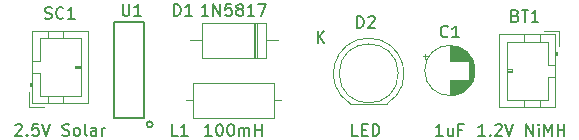
<source format=gbr>
G04 #@! TF.GenerationSoftware,KiCad,Pcbnew,(5.1.5)-3*
G04 #@! TF.CreationDate,2020-06-09T23:44:10+01:00*
G04 #@! TF.ProjectId,gardenlight,67617264-656e-46c6-9967-68742e6b6963,1.0.1*
G04 #@! TF.SameCoordinates,Original*
G04 #@! TF.FileFunction,Legend,Top*
G04 #@! TF.FilePolarity,Positive*
%FSLAX46Y46*%
G04 Gerber Fmt 4.6, Leading zero omitted, Abs format (unit mm)*
G04 Created by KiCad (PCBNEW (5.1.5)-3) date 2020-06-09 23:44:10*
%MOMM*%
%LPD*%
G04 APERTURE LIST*
%ADD10C,0.150000*%
%ADD11C,0.120000*%
%ADD12C,0.203200*%
G04 APERTURE END LIST*
D10*
X97076095Y-90987619D02*
X97123714Y-90940000D01*
X97218952Y-90892380D01*
X97457047Y-90892380D01*
X97552285Y-90940000D01*
X97599904Y-90987619D01*
X97647523Y-91082857D01*
X97647523Y-91178095D01*
X97599904Y-91320952D01*
X97028476Y-91892380D01*
X97647523Y-91892380D01*
X98076095Y-91797142D02*
X98123714Y-91844761D01*
X98076095Y-91892380D01*
X98028476Y-91844761D01*
X98076095Y-91797142D01*
X98076095Y-91892380D01*
X99028476Y-90892380D02*
X98552285Y-90892380D01*
X98504666Y-91368571D01*
X98552285Y-91320952D01*
X98647523Y-91273333D01*
X98885619Y-91273333D01*
X98980857Y-91320952D01*
X99028476Y-91368571D01*
X99076095Y-91463809D01*
X99076095Y-91701904D01*
X99028476Y-91797142D01*
X98980857Y-91844761D01*
X98885619Y-91892380D01*
X98647523Y-91892380D01*
X98552285Y-91844761D01*
X98504666Y-91797142D01*
X99361809Y-90892380D02*
X99695142Y-91892380D01*
X100028476Y-90892380D01*
X101076095Y-91844761D02*
X101218952Y-91892380D01*
X101457047Y-91892380D01*
X101552285Y-91844761D01*
X101599904Y-91797142D01*
X101647523Y-91701904D01*
X101647523Y-91606666D01*
X101599904Y-91511428D01*
X101552285Y-91463809D01*
X101457047Y-91416190D01*
X101266571Y-91368571D01*
X101171333Y-91320952D01*
X101123714Y-91273333D01*
X101076095Y-91178095D01*
X101076095Y-91082857D01*
X101123714Y-90987619D01*
X101171333Y-90940000D01*
X101266571Y-90892380D01*
X101504666Y-90892380D01*
X101647523Y-90940000D01*
X102218952Y-91892380D02*
X102123714Y-91844761D01*
X102076095Y-91797142D01*
X102028476Y-91701904D01*
X102028476Y-91416190D01*
X102076095Y-91320952D01*
X102123714Y-91273333D01*
X102218952Y-91225714D01*
X102361809Y-91225714D01*
X102457047Y-91273333D01*
X102504666Y-91320952D01*
X102552285Y-91416190D01*
X102552285Y-91701904D01*
X102504666Y-91797142D01*
X102457047Y-91844761D01*
X102361809Y-91892380D01*
X102218952Y-91892380D01*
X103123714Y-91892380D02*
X103028476Y-91844761D01*
X102980857Y-91749523D01*
X102980857Y-90892380D01*
X103933238Y-91892380D02*
X103933238Y-91368571D01*
X103885619Y-91273333D01*
X103790380Y-91225714D01*
X103599904Y-91225714D01*
X103504666Y-91273333D01*
X103933238Y-91844761D02*
X103838000Y-91892380D01*
X103599904Y-91892380D01*
X103504666Y-91844761D01*
X103457047Y-91749523D01*
X103457047Y-91654285D01*
X103504666Y-91559047D01*
X103599904Y-91511428D01*
X103838000Y-91511428D01*
X103933238Y-91463809D01*
X104409428Y-91892380D02*
X104409428Y-91225714D01*
X104409428Y-91416190D02*
X104457047Y-91320952D01*
X104504666Y-91273333D01*
X104599904Y-91225714D01*
X104695142Y-91225714D01*
X126103142Y-91892380D02*
X125626952Y-91892380D01*
X125626952Y-90892380D01*
X126436476Y-91368571D02*
X126769809Y-91368571D01*
X126912666Y-91892380D02*
X126436476Y-91892380D01*
X126436476Y-90892380D01*
X126912666Y-90892380D01*
X127341238Y-91892380D02*
X127341238Y-90892380D01*
X127579333Y-90892380D01*
X127722190Y-90940000D01*
X127817428Y-91035238D01*
X127865047Y-91130476D01*
X127912666Y-91320952D01*
X127912666Y-91463809D01*
X127865047Y-91654285D01*
X127817428Y-91749523D01*
X127722190Y-91844761D01*
X127579333Y-91892380D01*
X127341238Y-91892380D01*
X113427142Y-81732380D02*
X112855714Y-81732380D01*
X113141428Y-81732380D02*
X113141428Y-80732380D01*
X113046190Y-80875238D01*
X112950952Y-80970476D01*
X112855714Y-81018095D01*
X113855714Y-81732380D02*
X113855714Y-80732380D01*
X114427142Y-81732380D01*
X114427142Y-80732380D01*
X115379523Y-80732380D02*
X114903333Y-80732380D01*
X114855714Y-81208571D01*
X114903333Y-81160952D01*
X114998571Y-81113333D01*
X115236666Y-81113333D01*
X115331904Y-81160952D01*
X115379523Y-81208571D01*
X115427142Y-81303809D01*
X115427142Y-81541904D01*
X115379523Y-81637142D01*
X115331904Y-81684761D01*
X115236666Y-81732380D01*
X114998571Y-81732380D01*
X114903333Y-81684761D01*
X114855714Y-81637142D01*
X115998571Y-81160952D02*
X115903333Y-81113333D01*
X115855714Y-81065714D01*
X115808095Y-80970476D01*
X115808095Y-80922857D01*
X115855714Y-80827619D01*
X115903333Y-80780000D01*
X115998571Y-80732380D01*
X116189047Y-80732380D01*
X116284285Y-80780000D01*
X116331904Y-80827619D01*
X116379523Y-80922857D01*
X116379523Y-80970476D01*
X116331904Y-81065714D01*
X116284285Y-81113333D01*
X116189047Y-81160952D01*
X115998571Y-81160952D01*
X115903333Y-81208571D01*
X115855714Y-81256190D01*
X115808095Y-81351428D01*
X115808095Y-81541904D01*
X115855714Y-81637142D01*
X115903333Y-81684761D01*
X115998571Y-81732380D01*
X116189047Y-81732380D01*
X116284285Y-81684761D01*
X116331904Y-81637142D01*
X116379523Y-81541904D01*
X116379523Y-81351428D01*
X116331904Y-81256190D01*
X116284285Y-81208571D01*
X116189047Y-81160952D01*
X117331904Y-81732380D02*
X116760476Y-81732380D01*
X117046190Y-81732380D02*
X117046190Y-80732380D01*
X116950952Y-80875238D01*
X116855714Y-80970476D01*
X116760476Y-81018095D01*
X117665238Y-80732380D02*
X118331904Y-80732380D01*
X117903333Y-81732380D01*
X113712857Y-91892380D02*
X113141428Y-91892380D01*
X113427142Y-91892380D02*
X113427142Y-90892380D01*
X113331904Y-91035238D01*
X113236666Y-91130476D01*
X113141428Y-91178095D01*
X114331904Y-90892380D02*
X114427142Y-90892380D01*
X114522380Y-90940000D01*
X114570000Y-90987619D01*
X114617619Y-91082857D01*
X114665238Y-91273333D01*
X114665238Y-91511428D01*
X114617619Y-91701904D01*
X114570000Y-91797142D01*
X114522380Y-91844761D01*
X114427142Y-91892380D01*
X114331904Y-91892380D01*
X114236666Y-91844761D01*
X114189047Y-91797142D01*
X114141428Y-91701904D01*
X114093809Y-91511428D01*
X114093809Y-91273333D01*
X114141428Y-91082857D01*
X114189047Y-90987619D01*
X114236666Y-90940000D01*
X114331904Y-90892380D01*
X115284285Y-90892380D02*
X115379523Y-90892380D01*
X115474761Y-90940000D01*
X115522380Y-90987619D01*
X115570000Y-91082857D01*
X115617619Y-91273333D01*
X115617619Y-91511428D01*
X115570000Y-91701904D01*
X115522380Y-91797142D01*
X115474761Y-91844761D01*
X115379523Y-91892380D01*
X115284285Y-91892380D01*
X115189047Y-91844761D01*
X115141428Y-91797142D01*
X115093809Y-91701904D01*
X115046190Y-91511428D01*
X115046190Y-91273333D01*
X115093809Y-91082857D01*
X115141428Y-90987619D01*
X115189047Y-90940000D01*
X115284285Y-90892380D01*
X116046190Y-91892380D02*
X116046190Y-91225714D01*
X116046190Y-91320952D02*
X116093809Y-91273333D01*
X116189047Y-91225714D01*
X116331904Y-91225714D01*
X116427142Y-91273333D01*
X116474761Y-91368571D01*
X116474761Y-91892380D01*
X116474761Y-91368571D02*
X116522380Y-91273333D01*
X116617619Y-91225714D01*
X116760476Y-91225714D01*
X116855714Y-91273333D01*
X116903333Y-91368571D01*
X116903333Y-91892380D01*
X117379523Y-91892380D02*
X117379523Y-90892380D01*
X117379523Y-91368571D02*
X117950952Y-91368571D01*
X117950952Y-91892380D02*
X117950952Y-90892380D01*
X136858761Y-91892380D02*
X136287333Y-91892380D01*
X136573047Y-91892380D02*
X136573047Y-90892380D01*
X136477809Y-91035238D01*
X136382571Y-91130476D01*
X136287333Y-91178095D01*
X137287333Y-91797142D02*
X137334952Y-91844761D01*
X137287333Y-91892380D01*
X137239714Y-91844761D01*
X137287333Y-91797142D01*
X137287333Y-91892380D01*
X137715904Y-90987619D02*
X137763523Y-90940000D01*
X137858761Y-90892380D01*
X138096857Y-90892380D01*
X138192095Y-90940000D01*
X138239714Y-90987619D01*
X138287333Y-91082857D01*
X138287333Y-91178095D01*
X138239714Y-91320952D01*
X137668285Y-91892380D01*
X138287333Y-91892380D01*
X138573047Y-90892380D02*
X138906380Y-91892380D01*
X139239714Y-90892380D01*
X140334952Y-91892380D02*
X140334952Y-90892380D01*
X140906380Y-91892380D01*
X140906380Y-90892380D01*
X141382571Y-91892380D02*
X141382571Y-91225714D01*
X141382571Y-90892380D02*
X141334952Y-90940000D01*
X141382571Y-90987619D01*
X141430190Y-90940000D01*
X141382571Y-90892380D01*
X141382571Y-90987619D01*
X141858761Y-91892380D02*
X141858761Y-90892380D01*
X142192095Y-91606666D01*
X142525428Y-90892380D01*
X142525428Y-91892380D01*
X143001619Y-91892380D02*
X143001619Y-90892380D01*
X143001619Y-91368571D02*
X143573047Y-91368571D01*
X143573047Y-91892380D02*
X143573047Y-90892380D01*
X133262761Y-91892380D02*
X132691333Y-91892380D01*
X132977047Y-91892380D02*
X132977047Y-90892380D01*
X132881809Y-91035238D01*
X132786571Y-91130476D01*
X132691333Y-91178095D01*
X134119904Y-91225714D02*
X134119904Y-91892380D01*
X133691333Y-91225714D02*
X133691333Y-91749523D01*
X133738952Y-91844761D01*
X133834190Y-91892380D01*
X133977047Y-91892380D01*
X134072285Y-91844761D01*
X134119904Y-91797142D01*
X134929428Y-91368571D02*
X134596095Y-91368571D01*
X134596095Y-91892380D02*
X134596095Y-90892380D01*
X135072285Y-90892380D01*
D11*
X143080000Y-83016000D02*
X141830000Y-83016000D01*
X143080000Y-84266000D02*
X143080000Y-83016000D01*
X138670000Y-86376000D02*
X139170000Y-86376000D01*
X139170000Y-86476000D02*
X138670000Y-86476000D01*
X139170000Y-86276000D02*
X139170000Y-86476000D01*
X138670000Y-86276000D02*
X139170000Y-86276000D01*
X140170000Y-89436000D02*
X140170000Y-88826000D01*
X141470000Y-89436000D02*
X141470000Y-88826000D01*
X140170000Y-83316000D02*
X140170000Y-83926000D01*
X141470000Y-83316000D02*
X141470000Y-83926000D01*
X142170000Y-86876000D02*
X142780000Y-86876000D01*
X142170000Y-88826000D02*
X142170000Y-86876000D01*
X138670000Y-88826000D02*
X142170000Y-88826000D01*
X138670000Y-83926000D02*
X138670000Y-88826000D01*
X142170000Y-83926000D02*
X138670000Y-83926000D01*
X142170000Y-85876000D02*
X142170000Y-83926000D01*
X142780000Y-85876000D02*
X142170000Y-85876000D01*
X142880000Y-85076000D02*
X142880000Y-84776000D01*
X142980000Y-84776000D02*
X142780000Y-84776000D01*
X142980000Y-85076000D02*
X142980000Y-84776000D01*
X142780000Y-85076000D02*
X142980000Y-85076000D01*
X142780000Y-89436000D02*
X142780000Y-83316000D01*
X138060000Y-89436000D02*
X142780000Y-89436000D01*
X138060000Y-83316000D02*
X138060000Y-89436000D01*
X142780000Y-83316000D02*
X138060000Y-83316000D01*
X135990000Y-86360000D02*
G75*
G03X135990000Y-86360000I-2120000J0D01*
G01*
X133870000Y-87200000D02*
X133870000Y-88440000D01*
X133870000Y-84280000D02*
X133870000Y-85520000D01*
X133910000Y-87200000D02*
X133910000Y-88440000D01*
X133910000Y-84280000D02*
X133910000Y-85520000D01*
X133950000Y-87200000D02*
X133950000Y-88439000D01*
X133950000Y-84281000D02*
X133950000Y-85520000D01*
X133990000Y-84283000D02*
X133990000Y-85520000D01*
X133990000Y-87200000D02*
X133990000Y-88437000D01*
X134030000Y-84286000D02*
X134030000Y-85520000D01*
X134030000Y-87200000D02*
X134030000Y-88434000D01*
X134070000Y-84289000D02*
X134070000Y-85520000D01*
X134070000Y-87200000D02*
X134070000Y-88431000D01*
X134110000Y-84293000D02*
X134110000Y-85520000D01*
X134110000Y-87200000D02*
X134110000Y-88427000D01*
X134150000Y-84298000D02*
X134150000Y-85520000D01*
X134150000Y-87200000D02*
X134150000Y-88422000D01*
X134190000Y-84304000D02*
X134190000Y-85520000D01*
X134190000Y-87200000D02*
X134190000Y-88416000D01*
X134230000Y-84310000D02*
X134230000Y-85520000D01*
X134230000Y-87200000D02*
X134230000Y-88410000D01*
X134270000Y-84318000D02*
X134270000Y-85520000D01*
X134270000Y-87200000D02*
X134270000Y-88402000D01*
X134310000Y-84326000D02*
X134310000Y-85520000D01*
X134310000Y-87200000D02*
X134310000Y-88394000D01*
X134350000Y-84335000D02*
X134350000Y-85520000D01*
X134350000Y-87200000D02*
X134350000Y-88385000D01*
X134390000Y-84344000D02*
X134390000Y-85520000D01*
X134390000Y-87200000D02*
X134390000Y-88376000D01*
X134430000Y-84355000D02*
X134430000Y-85520000D01*
X134430000Y-87200000D02*
X134430000Y-88365000D01*
X134470000Y-84366000D02*
X134470000Y-85520000D01*
X134470000Y-87200000D02*
X134470000Y-88354000D01*
X134510000Y-84378000D02*
X134510000Y-85520000D01*
X134510000Y-87200000D02*
X134510000Y-88342000D01*
X134550000Y-84392000D02*
X134550000Y-85520000D01*
X134550000Y-87200000D02*
X134550000Y-88328000D01*
X134591000Y-84406000D02*
X134591000Y-85520000D01*
X134591000Y-87200000D02*
X134591000Y-88314000D01*
X134631000Y-84420000D02*
X134631000Y-85520000D01*
X134631000Y-87200000D02*
X134631000Y-88300000D01*
X134671000Y-84436000D02*
X134671000Y-85520000D01*
X134671000Y-87200000D02*
X134671000Y-88284000D01*
X134711000Y-84453000D02*
X134711000Y-85520000D01*
X134711000Y-87200000D02*
X134711000Y-88267000D01*
X134751000Y-84471000D02*
X134751000Y-85520000D01*
X134751000Y-87200000D02*
X134751000Y-88249000D01*
X134791000Y-84490000D02*
X134791000Y-85520000D01*
X134791000Y-87200000D02*
X134791000Y-88230000D01*
X134831000Y-84509000D02*
X134831000Y-85520000D01*
X134831000Y-87200000D02*
X134831000Y-88211000D01*
X134871000Y-84530000D02*
X134871000Y-85520000D01*
X134871000Y-87200000D02*
X134871000Y-88190000D01*
X134911000Y-84552000D02*
X134911000Y-85520000D01*
X134911000Y-87200000D02*
X134911000Y-88168000D01*
X134951000Y-84575000D02*
X134951000Y-85520000D01*
X134951000Y-87200000D02*
X134951000Y-88145000D01*
X134991000Y-84600000D02*
X134991000Y-85520000D01*
X134991000Y-87200000D02*
X134991000Y-88120000D01*
X135031000Y-84625000D02*
X135031000Y-85520000D01*
X135031000Y-87200000D02*
X135031000Y-88095000D01*
X135071000Y-84652000D02*
X135071000Y-85520000D01*
X135071000Y-87200000D02*
X135071000Y-88068000D01*
X135111000Y-84680000D02*
X135111000Y-85520000D01*
X135111000Y-87200000D02*
X135111000Y-88040000D01*
X135151000Y-84710000D02*
X135151000Y-85520000D01*
X135151000Y-87200000D02*
X135151000Y-88010000D01*
X135191000Y-84741000D02*
X135191000Y-85520000D01*
X135191000Y-87200000D02*
X135191000Y-87979000D01*
X135231000Y-84773000D02*
X135231000Y-85520000D01*
X135231000Y-87200000D02*
X135231000Y-87947000D01*
X135271000Y-84808000D02*
X135271000Y-85520000D01*
X135271000Y-87200000D02*
X135271000Y-87912000D01*
X135311000Y-84844000D02*
X135311000Y-85520000D01*
X135311000Y-87200000D02*
X135311000Y-87876000D01*
X135351000Y-84882000D02*
X135351000Y-85520000D01*
X135351000Y-87200000D02*
X135351000Y-87838000D01*
X135391000Y-84922000D02*
X135391000Y-85520000D01*
X135391000Y-87200000D02*
X135391000Y-87798000D01*
X135431000Y-84964000D02*
X135431000Y-85520000D01*
X135431000Y-87200000D02*
X135431000Y-87756000D01*
X135471000Y-85009000D02*
X135471000Y-87711000D01*
X135511000Y-85056000D02*
X135511000Y-87664000D01*
X135551000Y-85106000D02*
X135551000Y-87614000D01*
X135591000Y-85160000D02*
X135591000Y-87560000D01*
X135631000Y-85218000D02*
X135631000Y-87502000D01*
X135671000Y-85280000D02*
X135671000Y-87440000D01*
X135711000Y-85347000D02*
X135711000Y-87373000D01*
X135751000Y-85420000D02*
X135751000Y-87300000D01*
X135791000Y-85501000D02*
X135791000Y-87219000D01*
X135831000Y-85592000D02*
X135831000Y-87128000D01*
X135871000Y-85696000D02*
X135871000Y-87024000D01*
X135911000Y-85823000D02*
X135911000Y-86897000D01*
X135951000Y-85990000D02*
X135951000Y-86730000D01*
X131600199Y-85165000D02*
X132000199Y-85165000D01*
X131800199Y-84965000D02*
X131800199Y-85365000D01*
X118290000Y-85290000D02*
X118290000Y-82350000D01*
X118290000Y-82350000D02*
X112850000Y-82350000D01*
X112850000Y-82350000D02*
X112850000Y-85290000D01*
X112850000Y-85290000D02*
X118290000Y-85290000D01*
X119310000Y-83820000D02*
X118290000Y-83820000D01*
X111830000Y-83820000D02*
X112850000Y-83820000D01*
X117390000Y-85290000D02*
X117390000Y-82350000D01*
X117270000Y-85290000D02*
X117270000Y-82350000D01*
X117510000Y-85290000D02*
X117510000Y-82350000D01*
X127000462Y-83624000D02*
G75*
G03X125455170Y-89174000I-462J-2990000D01*
G01*
X126999538Y-83624000D02*
G75*
G02X128544830Y-89174000I462J-2990000D01*
G01*
X129500000Y-86614000D02*
G75*
G03X129500000Y-86614000I-2500000J0D01*
G01*
X125455000Y-89174000D02*
X128545000Y-89174000D01*
X112150000Y-87430000D02*
X112150000Y-90370000D01*
X112150000Y-90370000D02*
X118990000Y-90370000D01*
X118990000Y-90370000D02*
X118990000Y-87430000D01*
X118990000Y-87430000D02*
X112150000Y-87430000D01*
X111530000Y-88900000D02*
X112150000Y-88900000D01*
X119610000Y-88900000D02*
X118990000Y-88900000D01*
X98520000Y-89150000D02*
X103240000Y-89150000D01*
X103240000Y-89150000D02*
X103240000Y-83030000D01*
X103240000Y-83030000D02*
X98520000Y-83030000D01*
X98520000Y-83030000D02*
X98520000Y-89150000D01*
X98520000Y-87390000D02*
X98320000Y-87390000D01*
X98320000Y-87390000D02*
X98320000Y-87690000D01*
X98320000Y-87690000D02*
X98520000Y-87690000D01*
X98420000Y-87390000D02*
X98420000Y-87690000D01*
X98520000Y-86590000D02*
X99130000Y-86590000D01*
X99130000Y-86590000D02*
X99130000Y-88540000D01*
X99130000Y-88540000D02*
X102630000Y-88540000D01*
X102630000Y-88540000D02*
X102630000Y-83640000D01*
X102630000Y-83640000D02*
X99130000Y-83640000D01*
X99130000Y-83640000D02*
X99130000Y-85590000D01*
X99130000Y-85590000D02*
X98520000Y-85590000D01*
X99830000Y-89150000D02*
X99830000Y-88540000D01*
X101130000Y-89150000D02*
X101130000Y-88540000D01*
X99830000Y-83030000D02*
X99830000Y-83640000D01*
X101130000Y-83030000D02*
X101130000Y-83640000D01*
X102630000Y-86190000D02*
X102130000Y-86190000D01*
X102130000Y-86190000D02*
X102130000Y-85990000D01*
X102130000Y-85990000D02*
X102630000Y-85990000D01*
X102630000Y-86090000D02*
X102130000Y-86090000D01*
X98220000Y-88200000D02*
X98220000Y-89450000D01*
X98220000Y-89450000D02*
X99470000Y-89450000D01*
D12*
X107950000Y-90424000D02*
X105410000Y-90424000D01*
X105410000Y-90424000D02*
X105410000Y-82296000D01*
X105410000Y-82296000D02*
X107950000Y-82296000D01*
X107950000Y-82296000D02*
X107950000Y-90424000D01*
X108712000Y-90932000D02*
G75*
G03X108712000Y-90932000I-254000J0D01*
G01*
D10*
X139422285Y-81716571D02*
X139565142Y-81764190D01*
X139612761Y-81811809D01*
X139660380Y-81907047D01*
X139660380Y-82049904D01*
X139612761Y-82145142D01*
X139565142Y-82192761D01*
X139469904Y-82240380D01*
X139088952Y-82240380D01*
X139088952Y-81240380D01*
X139422285Y-81240380D01*
X139517523Y-81288000D01*
X139565142Y-81335619D01*
X139612761Y-81430857D01*
X139612761Y-81526095D01*
X139565142Y-81621333D01*
X139517523Y-81668952D01*
X139422285Y-81716571D01*
X139088952Y-81716571D01*
X139946095Y-81240380D02*
X140517523Y-81240380D01*
X140231809Y-82240380D02*
X140231809Y-81240380D01*
X141374666Y-82240380D02*
X140803238Y-82240380D01*
X141088952Y-82240380D02*
X141088952Y-81240380D01*
X140993714Y-81383238D01*
X140898476Y-81478476D01*
X140803238Y-81526095D01*
X133703333Y-83467142D02*
X133655714Y-83514761D01*
X133512857Y-83562380D01*
X133417619Y-83562380D01*
X133274761Y-83514761D01*
X133179523Y-83419523D01*
X133131904Y-83324285D01*
X133084285Y-83133809D01*
X133084285Y-82990952D01*
X133131904Y-82800476D01*
X133179523Y-82705238D01*
X133274761Y-82610000D01*
X133417619Y-82562380D01*
X133512857Y-82562380D01*
X133655714Y-82610000D01*
X133703333Y-82657619D01*
X134655714Y-83562380D02*
X134084285Y-83562380D01*
X134370000Y-83562380D02*
X134370000Y-82562380D01*
X134274761Y-82705238D01*
X134179523Y-82800476D01*
X134084285Y-82848095D01*
X110513904Y-81732380D02*
X110513904Y-80732380D01*
X110752000Y-80732380D01*
X110894857Y-80780000D01*
X110990095Y-80875238D01*
X111037714Y-80970476D01*
X111085333Y-81160952D01*
X111085333Y-81303809D01*
X111037714Y-81494285D01*
X110990095Y-81589523D01*
X110894857Y-81684761D01*
X110752000Y-81732380D01*
X110513904Y-81732380D01*
X112037714Y-81732380D02*
X111466285Y-81732380D01*
X111752000Y-81732380D02*
X111752000Y-80732380D01*
X111656761Y-80875238D01*
X111561523Y-80970476D01*
X111466285Y-81018095D01*
X122674095Y-84018380D02*
X122674095Y-83018380D01*
X123245523Y-84018380D02*
X122816952Y-83446952D01*
X123245523Y-83018380D02*
X122674095Y-83589809D01*
X126007904Y-82748380D02*
X126007904Y-81748380D01*
X126246000Y-81748380D01*
X126388857Y-81796000D01*
X126484095Y-81891238D01*
X126531714Y-81986476D01*
X126579333Y-82176952D01*
X126579333Y-82319809D01*
X126531714Y-82510285D01*
X126484095Y-82605523D01*
X126388857Y-82700761D01*
X126246000Y-82748380D01*
X126007904Y-82748380D01*
X126960285Y-81843619D02*
X127007904Y-81796000D01*
X127103142Y-81748380D01*
X127341238Y-81748380D01*
X127436476Y-81796000D01*
X127484095Y-81843619D01*
X127531714Y-81938857D01*
X127531714Y-82034095D01*
X127484095Y-82176952D01*
X126912666Y-82748380D01*
X127531714Y-82748380D01*
X110831333Y-91892380D02*
X110355142Y-91892380D01*
X110355142Y-90892380D01*
X111688476Y-91892380D02*
X111117047Y-91892380D01*
X111402761Y-91892380D02*
X111402761Y-90892380D01*
X111307523Y-91035238D01*
X111212285Y-91130476D01*
X111117047Y-91178095D01*
X99576095Y-81938761D02*
X99718952Y-81986380D01*
X99957047Y-81986380D01*
X100052285Y-81938761D01*
X100099904Y-81891142D01*
X100147523Y-81795904D01*
X100147523Y-81700666D01*
X100099904Y-81605428D01*
X100052285Y-81557809D01*
X99957047Y-81510190D01*
X99766571Y-81462571D01*
X99671333Y-81414952D01*
X99623714Y-81367333D01*
X99576095Y-81272095D01*
X99576095Y-81176857D01*
X99623714Y-81081619D01*
X99671333Y-81034000D01*
X99766571Y-80986380D01*
X100004666Y-80986380D01*
X100147523Y-81034000D01*
X101147523Y-81891142D02*
X101099904Y-81938761D01*
X100957047Y-81986380D01*
X100861809Y-81986380D01*
X100718952Y-81938761D01*
X100623714Y-81843523D01*
X100576095Y-81748285D01*
X100528476Y-81557809D01*
X100528476Y-81414952D01*
X100576095Y-81224476D01*
X100623714Y-81129238D01*
X100718952Y-81034000D01*
X100861809Y-80986380D01*
X100957047Y-80986380D01*
X101099904Y-81034000D01*
X101147523Y-81081619D01*
X102099904Y-81986380D02*
X101528476Y-81986380D01*
X101814190Y-81986380D02*
X101814190Y-80986380D01*
X101718952Y-81129238D01*
X101623714Y-81224476D01*
X101528476Y-81272095D01*
X106172095Y-80732380D02*
X106172095Y-81541904D01*
X106219714Y-81637142D01*
X106267333Y-81684761D01*
X106362571Y-81732380D01*
X106553047Y-81732380D01*
X106648285Y-81684761D01*
X106695904Y-81637142D01*
X106743523Y-81541904D01*
X106743523Y-80732380D01*
X107743523Y-81732380D02*
X107172095Y-81732380D01*
X107457809Y-81732380D02*
X107457809Y-80732380D01*
X107362571Y-80875238D01*
X107267333Y-80970476D01*
X107172095Y-81018095D01*
M02*

</source>
